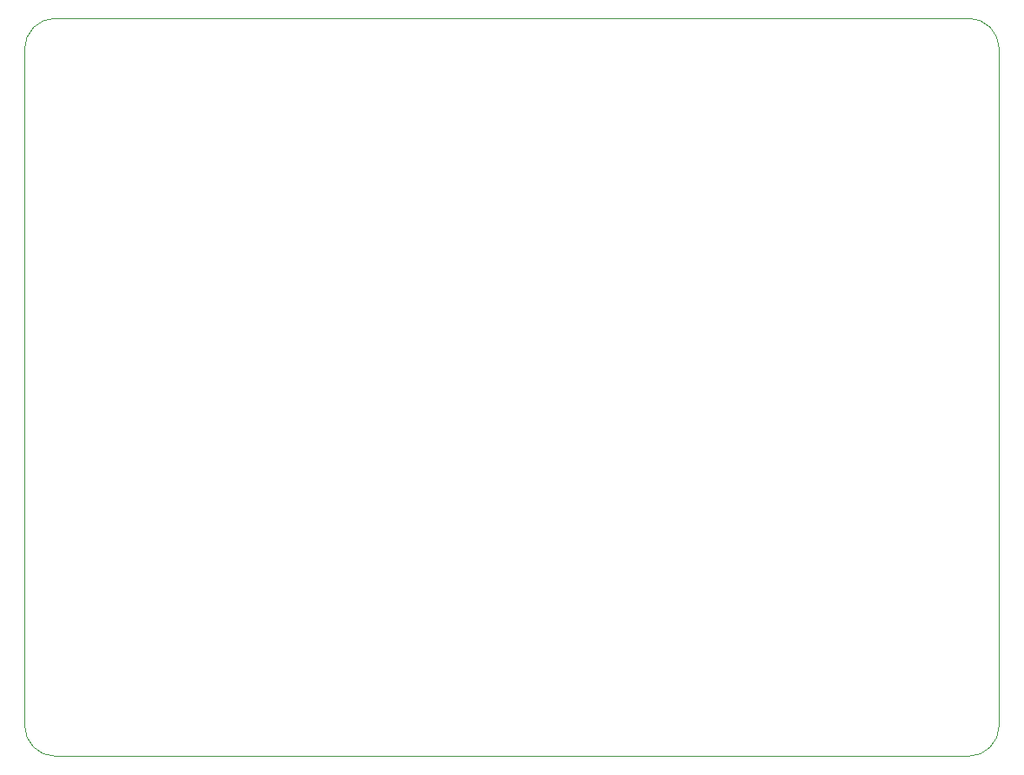
<source format=gbr>
G04 #@! TF.GenerationSoftware,KiCad,Pcbnew,(5.1.2)-1*
G04 #@! TF.CreationDate,2020-05-02T19:55:25+09:00*
G04 #@! TF.ProjectId,PowerBoard,506f7765-7242-46f6-9172-642e6b696361,rev?*
G04 #@! TF.SameCoordinates,Original*
G04 #@! TF.FileFunction,Profile,NP*
%FSLAX46Y46*%
G04 Gerber Fmt 4.6, Leading zero omitted, Abs format (unit mm)*
G04 Created by KiCad (PCBNEW (5.1.2)-1) date 2020-05-02 19:55:25*
%MOMM*%
%LPD*%
G04 APERTURE LIST*
%ADD10C,0.050000*%
G04 APERTURE END LIST*
D10*
X44500000Y36000000D02*
G75*
G02X47500000Y33000000I0J-3000000D01*
G01*
X47500000Y-33000000D02*
G75*
G02X44500000Y-36000000I-3000000J0D01*
G01*
X-44500000Y-36000000D02*
G75*
G02X-47500000Y-33000000I0J3000000D01*
G01*
X-47500000Y33000000D02*
G75*
G02X-44500000Y36000000I3000000J0D01*
G01*
X44500000Y36000000D02*
X-44500000Y36000000D01*
X47500000Y-33000000D02*
X47500000Y33000000D01*
X-44500000Y-36000000D02*
X44500000Y-36000000D01*
X-47500000Y33000000D02*
X-47500000Y-33000000D01*
M02*

</source>
